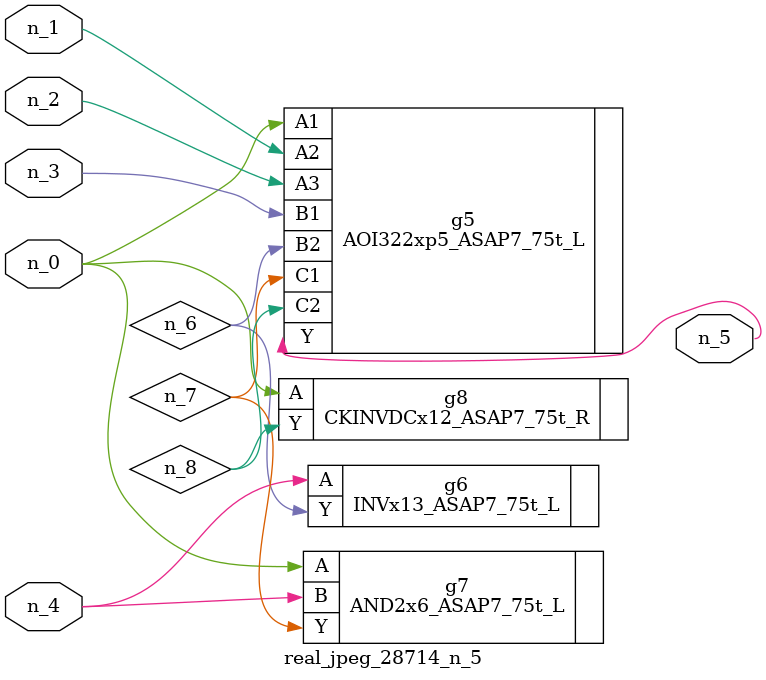
<source format=v>
module real_jpeg_28714_n_5 (n_4, n_0, n_1, n_2, n_3, n_5);

input n_4;
input n_0;
input n_1;
input n_2;
input n_3;

output n_5;

wire n_8;
wire n_6;
wire n_7;

AOI322xp5_ASAP7_75t_L g5 ( 
.A1(n_0),
.A2(n_1),
.A3(n_2),
.B1(n_3),
.B2(n_6),
.C1(n_7),
.C2(n_8),
.Y(n_5)
);

AND2x6_ASAP7_75t_L g7 ( 
.A(n_0),
.B(n_4),
.Y(n_7)
);

CKINVDCx12_ASAP7_75t_R g8 ( 
.A(n_0),
.Y(n_8)
);

INVx13_ASAP7_75t_L g6 ( 
.A(n_4),
.Y(n_6)
);


endmodule
</source>
